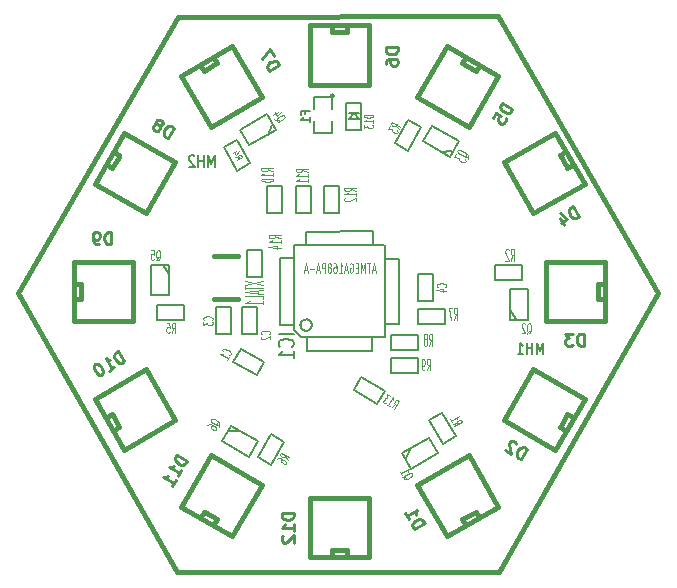
<source format=gbo>
G04 (created by PCBNEW-RS274X (2011-07-08 BZR 3044)-stable) date 5/7/2013 10:27:45 AM*
G01*
G70*
G90*
%MOIN*%
G04 Gerber Fmt 3.4, Leading zero omitted, Abs format*
%FSLAX34Y34*%
G04 APERTURE LIST*
%ADD10C,0.006000*%
%ADD11C,0.015000*%
%ADD12C,0.005000*%
%ADD13C,0.008000*%
%ADD14C,0.004900*%
%ADD15C,0.004500*%
%ADD16C,0.010000*%
%ADD17C,0.007900*%
G04 APERTURE END LIST*
G54D10*
G54D11*
X33980Y-28089D02*
X33972Y-28082D01*
X28661Y-37298D02*
X33980Y-28089D01*
X33965Y-46589D02*
X28661Y-37298D01*
X44697Y-46589D02*
X33965Y-46589D01*
X49996Y-37302D02*
X44697Y-46589D01*
X44646Y-28070D02*
X49996Y-37302D01*
X33972Y-28082D02*
X44646Y-28070D01*
G54D10*
X41350Y-36148D02*
X40900Y-36148D01*
X41350Y-38328D02*
X40910Y-38328D01*
X41350Y-36148D02*
X41350Y-38328D01*
X40470Y-35678D02*
X40470Y-35248D01*
X38260Y-35668D02*
X38260Y-35248D01*
X38250Y-35248D02*
X40470Y-35238D01*
X38270Y-39218D02*
X40440Y-39228D01*
X37840Y-38528D02*
X37840Y-35698D01*
X40450Y-39218D02*
X40450Y-38808D01*
X38090Y-38768D02*
X40870Y-38768D01*
X40890Y-35688D02*
X40890Y-38728D01*
X37840Y-35688D02*
X40840Y-35688D01*
X37390Y-38358D02*
X37390Y-36138D01*
X37390Y-36138D02*
X37840Y-36138D01*
X37844Y-38538D02*
X38074Y-38768D01*
X37392Y-38358D02*
X37844Y-38358D01*
X38270Y-38768D02*
X38270Y-39220D01*
X38440Y-38364D02*
X38436Y-38400D01*
X38425Y-38435D01*
X38408Y-38468D01*
X38385Y-38496D01*
X38357Y-38519D01*
X38324Y-38537D01*
X38289Y-38548D01*
X38253Y-38551D01*
X38217Y-38548D01*
X38182Y-38538D01*
X38150Y-38521D01*
X38121Y-38498D01*
X38097Y-38470D01*
X38080Y-38438D01*
X38069Y-38403D01*
X38065Y-38366D01*
X38068Y-38331D01*
X38078Y-38295D01*
X38094Y-38263D01*
X38117Y-38234D01*
X38145Y-38210D01*
X38177Y-38192D01*
X38212Y-38181D01*
X38249Y-38177D01*
X38284Y-38179D01*
X38319Y-38189D01*
X38352Y-38206D01*
X38381Y-38228D01*
X38405Y-38256D01*
X38423Y-38288D01*
X38435Y-38323D01*
X38439Y-38359D01*
X38440Y-38364D01*
G54D12*
X36030Y-41888D02*
X35670Y-41911D01*
X36636Y-42238D02*
X35748Y-41726D01*
X35748Y-41726D02*
X35448Y-42245D01*
X35448Y-42245D02*
X36336Y-42758D01*
X36336Y-42758D02*
X36636Y-42238D01*
X33686Y-36674D02*
X33486Y-36374D01*
X33686Y-37374D02*
X33686Y-36349D01*
X33686Y-36349D02*
X33086Y-36349D01*
X33086Y-36349D02*
X33086Y-37374D01*
X33086Y-37374D02*
X33686Y-37374D01*
X36967Y-32024D02*
X37127Y-31701D01*
X36361Y-32374D02*
X37249Y-31861D01*
X37249Y-31861D02*
X36949Y-31342D01*
X36949Y-31342D02*
X36061Y-31854D01*
X36061Y-31854D02*
X36361Y-32374D01*
X42759Y-32588D02*
X43119Y-32565D01*
X42153Y-32238D02*
X43041Y-32750D01*
X43041Y-32750D02*
X43341Y-32231D01*
X43341Y-32231D02*
X42453Y-31718D01*
X42453Y-31718D02*
X42153Y-32238D01*
X45064Y-37861D02*
X45264Y-38161D01*
X45064Y-37161D02*
X45064Y-38186D01*
X45064Y-38186D02*
X45664Y-38186D01*
X45664Y-38186D02*
X45664Y-37161D01*
X45664Y-37161D02*
X45064Y-37161D01*
X41744Y-42472D02*
X41584Y-42795D01*
X42350Y-42122D02*
X41462Y-42635D01*
X41462Y-42635D02*
X41762Y-43154D01*
X41762Y-43154D02*
X42650Y-42642D01*
X42650Y-42642D02*
X42350Y-42122D01*
X36854Y-39608D02*
X36074Y-39158D01*
X36074Y-39158D02*
X35824Y-39592D01*
X35824Y-39592D02*
X36604Y-40042D01*
X36604Y-40042D02*
X36854Y-39608D01*
X35262Y-37778D02*
X35262Y-38678D01*
X35262Y-38678D02*
X35762Y-38678D01*
X35762Y-38678D02*
X35762Y-37778D01*
X35762Y-37778D02*
X35262Y-37778D01*
X41994Y-36670D02*
X41994Y-37570D01*
X41994Y-37570D02*
X42494Y-37570D01*
X42494Y-37570D02*
X42494Y-36670D01*
X42494Y-36670D02*
X41994Y-36670D01*
X41662Y-31526D02*
X41212Y-32306D01*
X41212Y-32306D02*
X41646Y-32556D01*
X41646Y-32556D02*
X42096Y-31776D01*
X42096Y-31776D02*
X41662Y-31526D01*
X36785Y-36749D02*
X36785Y-35849D01*
X36785Y-35849D02*
X36285Y-35849D01*
X36285Y-35849D02*
X36285Y-36749D01*
X36285Y-36749D02*
X36785Y-36749D01*
X40869Y-40553D02*
X40089Y-40103D01*
X40089Y-40103D02*
X39839Y-40537D01*
X39839Y-40537D02*
X40619Y-40987D01*
X40619Y-40987D02*
X40869Y-40553D01*
X39344Y-34617D02*
X39344Y-33717D01*
X39344Y-33717D02*
X38844Y-33717D01*
X38844Y-33717D02*
X38844Y-34617D01*
X38844Y-34617D02*
X39344Y-34617D01*
X38400Y-34617D02*
X38400Y-33717D01*
X38400Y-33717D02*
X37900Y-33717D01*
X37900Y-33717D02*
X37900Y-34617D01*
X37900Y-34617D02*
X38400Y-34617D01*
X37455Y-34617D02*
X37455Y-33717D01*
X37455Y-33717D02*
X36955Y-33717D01*
X36955Y-33717D02*
X36955Y-34617D01*
X36955Y-34617D02*
X37455Y-34617D01*
X35503Y-32445D02*
X35953Y-33225D01*
X35953Y-33225D02*
X36387Y-32975D01*
X36387Y-32975D02*
X35937Y-32195D01*
X35937Y-32195D02*
X35503Y-32445D01*
X43237Y-42070D02*
X42787Y-41290D01*
X42787Y-41290D02*
X42353Y-41540D01*
X42353Y-41540D02*
X42803Y-42320D01*
X42803Y-42320D02*
X43237Y-42070D01*
X45450Y-36358D02*
X44550Y-36358D01*
X44550Y-36358D02*
X44550Y-36858D01*
X44550Y-36858D02*
X45450Y-36858D01*
X45450Y-36858D02*
X45450Y-36358D01*
X41085Y-39968D02*
X41985Y-39968D01*
X41985Y-39968D02*
X41985Y-39468D01*
X41985Y-39468D02*
X41085Y-39468D01*
X41085Y-39468D02*
X41085Y-39968D01*
X41085Y-39181D02*
X41985Y-39181D01*
X41985Y-39181D02*
X41985Y-38681D01*
X41985Y-38681D02*
X41085Y-38681D01*
X41085Y-38681D02*
X41085Y-39181D01*
X41991Y-38315D02*
X42891Y-38315D01*
X42891Y-38315D02*
X42891Y-37815D01*
X42891Y-37815D02*
X41991Y-37815D01*
X41991Y-37815D02*
X41991Y-38315D01*
X37079Y-43029D02*
X37529Y-42249D01*
X37529Y-42249D02*
X37095Y-41999D01*
X37095Y-41999D02*
X36645Y-42779D01*
X36645Y-42779D02*
X37079Y-43029D01*
X33290Y-38197D02*
X34190Y-38197D01*
X34190Y-38197D02*
X34190Y-37697D01*
X34190Y-37697D02*
X33290Y-37697D01*
X33290Y-37697D02*
X33290Y-38197D01*
G54D11*
X43999Y-44755D02*
X43899Y-44582D01*
X43899Y-44582D02*
X43509Y-44807D01*
X43509Y-44807D02*
X43465Y-44832D01*
X43465Y-44832D02*
X43565Y-45005D01*
X41963Y-43697D02*
X42947Y-45401D01*
X42947Y-45401D02*
X44651Y-44417D01*
X44651Y-44417D02*
X43667Y-42713D01*
X43667Y-42713D02*
X41963Y-43697D01*
X47137Y-41433D02*
X46964Y-41333D01*
X46964Y-41333D02*
X46739Y-41723D01*
X46739Y-41723D02*
X46714Y-41767D01*
X46714Y-41767D02*
X46887Y-41867D01*
X44845Y-41535D02*
X46549Y-42519D01*
X46549Y-42519D02*
X47533Y-40815D01*
X47533Y-40815D02*
X45829Y-39831D01*
X45829Y-39831D02*
X44845Y-41535D01*
X48194Y-36988D02*
X47994Y-36988D01*
X47994Y-36988D02*
X47994Y-37438D01*
X47994Y-37438D02*
X47994Y-37488D01*
X47994Y-37488D02*
X48194Y-37488D01*
X46260Y-38222D02*
X48228Y-38222D01*
X48228Y-38222D02*
X48228Y-36254D01*
X48228Y-36254D02*
X46260Y-36254D01*
X46260Y-36254D02*
X46260Y-38222D01*
X46887Y-32609D02*
X46714Y-32709D01*
X46714Y-32709D02*
X46939Y-33099D01*
X46939Y-33099D02*
X46964Y-33143D01*
X46964Y-33143D02*
X47137Y-33043D01*
X45829Y-34645D02*
X47533Y-33661D01*
X47533Y-33661D02*
X46549Y-31957D01*
X46549Y-31957D02*
X44845Y-32941D01*
X44845Y-32941D02*
X45829Y-34645D01*
X43565Y-29471D02*
X43465Y-29644D01*
X43465Y-29644D02*
X43855Y-29869D01*
X43855Y-29869D02*
X43899Y-29894D01*
X43899Y-29894D02*
X43999Y-29721D01*
X43667Y-31763D02*
X44651Y-30059D01*
X44651Y-30059D02*
X42947Y-29075D01*
X42947Y-29075D02*
X41963Y-30779D01*
X41963Y-30779D02*
X43667Y-31763D01*
X39120Y-28414D02*
X39120Y-28614D01*
X39120Y-28614D02*
X39570Y-28614D01*
X39570Y-28614D02*
X39620Y-28614D01*
X39620Y-28614D02*
X39620Y-28414D01*
X40354Y-30348D02*
X40354Y-28380D01*
X40354Y-28380D02*
X38386Y-28380D01*
X38386Y-28380D02*
X38386Y-30348D01*
X38386Y-30348D02*
X40354Y-30348D01*
X34741Y-29721D02*
X34841Y-29894D01*
X34841Y-29894D02*
X35231Y-29669D01*
X35231Y-29669D02*
X35275Y-29644D01*
X35275Y-29644D02*
X35175Y-29471D01*
X36777Y-30779D02*
X35793Y-29075D01*
X35793Y-29075D02*
X34089Y-30059D01*
X34089Y-30059D02*
X35073Y-31763D01*
X35073Y-31763D02*
X36777Y-30779D01*
X31603Y-33043D02*
X31776Y-33143D01*
X31776Y-33143D02*
X32001Y-32753D01*
X32001Y-32753D02*
X32026Y-32709D01*
X32026Y-32709D02*
X31853Y-32609D01*
X33895Y-32941D02*
X32191Y-31957D01*
X32191Y-31957D02*
X31207Y-33661D01*
X31207Y-33661D02*
X32911Y-34645D01*
X32911Y-34645D02*
X33895Y-32941D01*
X30546Y-37488D02*
X30746Y-37488D01*
X30746Y-37488D02*
X30746Y-37038D01*
X30746Y-37038D02*
X30746Y-36988D01*
X30746Y-36988D02*
X30546Y-36988D01*
X32480Y-36254D02*
X30512Y-36254D01*
X30512Y-36254D02*
X30512Y-38222D01*
X30512Y-38222D02*
X32480Y-38222D01*
X32480Y-38222D02*
X32480Y-36254D01*
X31853Y-41867D02*
X32026Y-41767D01*
X32026Y-41767D02*
X31801Y-41377D01*
X31801Y-41377D02*
X31776Y-41333D01*
X31776Y-41333D02*
X31603Y-41433D01*
X32911Y-39831D02*
X31207Y-40815D01*
X31207Y-40815D02*
X32191Y-42519D01*
X32191Y-42519D02*
X33895Y-41535D01*
X33895Y-41535D02*
X32911Y-39831D01*
X35175Y-45005D02*
X35275Y-44832D01*
X35275Y-44832D02*
X34885Y-44607D01*
X34885Y-44607D02*
X34841Y-44582D01*
X34841Y-44582D02*
X34741Y-44755D01*
X35073Y-42713D02*
X34089Y-44417D01*
X34089Y-44417D02*
X35793Y-45401D01*
X35793Y-45401D02*
X36777Y-43697D01*
X36777Y-43697D02*
X35073Y-42713D01*
X39620Y-46062D02*
X39620Y-45862D01*
X39620Y-45862D02*
X39170Y-45862D01*
X39170Y-45862D02*
X39120Y-45862D01*
X39120Y-45862D02*
X39120Y-46062D01*
X38386Y-44128D02*
X38386Y-46096D01*
X38386Y-46096D02*
X40354Y-46096D01*
X40354Y-46096D02*
X40354Y-44128D01*
X40354Y-44128D02*
X38386Y-44128D01*
G54D12*
X39169Y-30722D02*
X39168Y-30731D01*
X39165Y-30741D01*
X39160Y-30749D01*
X39154Y-30757D01*
X39146Y-30763D01*
X39138Y-30768D01*
X39129Y-30770D01*
X39119Y-30771D01*
X39110Y-30771D01*
X39101Y-30768D01*
X39092Y-30763D01*
X39085Y-30757D01*
X39078Y-30750D01*
X39074Y-30741D01*
X39071Y-30732D01*
X39070Y-30722D01*
X39070Y-30713D01*
X39073Y-30704D01*
X39077Y-30695D01*
X39084Y-30688D01*
X39091Y-30681D01*
X39099Y-30677D01*
X39109Y-30674D01*
X39118Y-30673D01*
X39127Y-30673D01*
X39137Y-30676D01*
X39145Y-30680D01*
X39153Y-30686D01*
X39159Y-30694D01*
X39164Y-30702D01*
X39167Y-30711D01*
X39168Y-30721D01*
X39169Y-30722D01*
X39119Y-31172D02*
X39119Y-30772D01*
X39119Y-30772D02*
X38519Y-30772D01*
X38519Y-30772D02*
X38519Y-31172D01*
X38519Y-31572D02*
X38519Y-31972D01*
X38519Y-31972D02*
X39119Y-31972D01*
X39119Y-31972D02*
X39119Y-31572D01*
X36128Y-37778D02*
X36128Y-38678D01*
X36128Y-38678D02*
X36628Y-38678D01*
X36628Y-38678D02*
X36628Y-37778D01*
X36628Y-37778D02*
X36128Y-37778D01*
X39863Y-31293D02*
X40000Y-31509D01*
X40000Y-31509D02*
X39686Y-31509D01*
X39686Y-31509D02*
X39863Y-31293D01*
X40020Y-31293D02*
X39666Y-31293D01*
X40093Y-31861D02*
X40093Y-30961D01*
X40093Y-30961D02*
X39593Y-30961D01*
X39593Y-30961D02*
X39593Y-31861D01*
X39593Y-31861D02*
X40093Y-31861D01*
G54D11*
X35985Y-36063D02*
X35197Y-36063D01*
X35985Y-37481D02*
X35197Y-37481D01*
G54D13*
X37840Y-38665D02*
X37340Y-38665D01*
X37793Y-39084D02*
X37817Y-39065D01*
X37840Y-39008D01*
X37840Y-38970D01*
X37817Y-38912D01*
X37769Y-38874D01*
X37721Y-38855D01*
X37626Y-38836D01*
X37555Y-38836D01*
X37459Y-38855D01*
X37412Y-38874D01*
X37364Y-38912D01*
X37340Y-38970D01*
X37340Y-39008D01*
X37364Y-39065D01*
X37388Y-39084D01*
X37840Y-39465D02*
X37840Y-39236D01*
X37840Y-39350D02*
X37340Y-39350D01*
X37412Y-39312D01*
X37459Y-39274D01*
X37483Y-39236D01*
G54D14*
X40547Y-36525D02*
X40454Y-36525D01*
X40566Y-36615D02*
X40501Y-36300D01*
X40435Y-36615D01*
X40397Y-36300D02*
X40285Y-36300D01*
X40341Y-36615D02*
X40341Y-36300D01*
X40219Y-36615D02*
X40219Y-36300D01*
X40153Y-36525D01*
X40088Y-36300D01*
X40088Y-36615D01*
X39994Y-36450D02*
X39928Y-36450D01*
X39900Y-36615D02*
X39994Y-36615D01*
X39994Y-36300D01*
X39900Y-36300D01*
X39713Y-36315D02*
X39732Y-36300D01*
X39760Y-36300D01*
X39788Y-36315D01*
X39807Y-36345D01*
X39816Y-36375D01*
X39825Y-36435D01*
X39825Y-36480D01*
X39816Y-36540D01*
X39807Y-36570D01*
X39788Y-36600D01*
X39760Y-36615D01*
X39741Y-36615D01*
X39713Y-36600D01*
X39704Y-36585D01*
X39704Y-36480D01*
X39741Y-36480D01*
X39628Y-36525D02*
X39535Y-36525D01*
X39647Y-36615D02*
X39582Y-36300D01*
X39516Y-36615D01*
X39347Y-36615D02*
X39459Y-36615D01*
X39403Y-36615D02*
X39403Y-36300D01*
X39422Y-36345D01*
X39441Y-36375D01*
X39459Y-36390D01*
X39178Y-36300D02*
X39215Y-36300D01*
X39234Y-36315D01*
X39243Y-36330D01*
X39262Y-36375D01*
X39271Y-36435D01*
X39271Y-36555D01*
X39262Y-36585D01*
X39253Y-36600D01*
X39234Y-36615D01*
X39196Y-36615D01*
X39178Y-36600D01*
X39168Y-36585D01*
X39159Y-36555D01*
X39159Y-36480D01*
X39168Y-36450D01*
X39178Y-36435D01*
X39196Y-36420D01*
X39234Y-36420D01*
X39253Y-36435D01*
X39262Y-36450D01*
X39271Y-36480D01*
X39046Y-36435D02*
X39065Y-36420D01*
X39074Y-36405D01*
X39083Y-36375D01*
X39083Y-36360D01*
X39074Y-36330D01*
X39065Y-36315D01*
X39046Y-36300D01*
X39008Y-36300D01*
X38990Y-36315D01*
X38980Y-36330D01*
X38971Y-36360D01*
X38971Y-36375D01*
X38980Y-36405D01*
X38990Y-36420D01*
X39008Y-36435D01*
X39046Y-36435D01*
X39065Y-36450D01*
X39074Y-36465D01*
X39083Y-36495D01*
X39083Y-36555D01*
X39074Y-36585D01*
X39065Y-36600D01*
X39046Y-36615D01*
X39008Y-36615D01*
X38990Y-36600D01*
X38980Y-36585D01*
X38971Y-36555D01*
X38971Y-36495D01*
X38980Y-36465D01*
X38990Y-36450D01*
X39008Y-36435D01*
X38886Y-36615D02*
X38886Y-36300D01*
X38811Y-36300D01*
X38792Y-36315D01*
X38783Y-36330D01*
X38774Y-36360D01*
X38774Y-36405D01*
X38783Y-36435D01*
X38792Y-36450D01*
X38811Y-36465D01*
X38886Y-36465D01*
X38698Y-36525D02*
X38605Y-36525D01*
X38717Y-36615D02*
X38652Y-36300D01*
X38586Y-36615D01*
X38520Y-36495D02*
X38370Y-36495D01*
X38285Y-36525D02*
X38192Y-36525D01*
X38304Y-36615D02*
X38239Y-36300D01*
X38173Y-36615D01*
X35342Y-41749D02*
X35339Y-41725D01*
X35322Y-41695D01*
X35297Y-41648D01*
X35294Y-41624D01*
X35303Y-41607D01*
X35363Y-41653D02*
X35359Y-41630D01*
X35343Y-41598D01*
X35296Y-41560D01*
X35205Y-41508D01*
X35148Y-41486D01*
X35113Y-41487D01*
X35091Y-41495D01*
X35072Y-41528D01*
X35075Y-41552D01*
X35092Y-41583D01*
X35139Y-41621D01*
X35230Y-41674D01*
X35287Y-41695D01*
X35322Y-41695D01*
X35344Y-41686D01*
X35363Y-41653D01*
X34964Y-41714D02*
X34983Y-41682D01*
X35005Y-41673D01*
X35023Y-41673D01*
X35071Y-41679D01*
X35128Y-41701D01*
X35232Y-41761D01*
X35253Y-41784D01*
X35261Y-41799D01*
X35265Y-41823D01*
X35246Y-41856D01*
X35224Y-41864D01*
X35206Y-41865D01*
X35176Y-41858D01*
X35111Y-41821D01*
X35089Y-41798D01*
X35081Y-41782D01*
X35077Y-41759D01*
X35096Y-41726D01*
X35119Y-41717D01*
X35136Y-41716D01*
X35167Y-41724D01*
X33247Y-36214D02*
X33266Y-36199D01*
X33284Y-36169D01*
X33312Y-36124D01*
X33331Y-36109D01*
X33350Y-36109D01*
X33341Y-36184D02*
X33359Y-36169D01*
X33378Y-36139D01*
X33387Y-36079D01*
X33387Y-35974D01*
X33378Y-35914D01*
X33359Y-35884D01*
X33341Y-35869D01*
X33303Y-35869D01*
X33284Y-35884D01*
X33266Y-35914D01*
X33256Y-35974D01*
X33256Y-36079D01*
X33266Y-36139D01*
X33284Y-36169D01*
X33303Y-36184D01*
X33341Y-36184D01*
X33078Y-35869D02*
X33172Y-35869D01*
X33181Y-36019D01*
X33172Y-36004D01*
X33153Y-35989D01*
X33106Y-35989D01*
X33088Y-36004D01*
X33078Y-36019D01*
X33069Y-36049D01*
X33069Y-36124D01*
X33078Y-36154D01*
X33088Y-36169D01*
X33106Y-36184D01*
X33153Y-36184D01*
X33172Y-36169D01*
X33181Y-36154D01*
X37197Y-31506D02*
X37219Y-31515D01*
X37254Y-31515D01*
X37307Y-31517D01*
X37329Y-31526D01*
X37339Y-31543D01*
X37270Y-31572D02*
X37292Y-31580D01*
X37327Y-31582D01*
X37383Y-31560D01*
X37474Y-31507D01*
X37522Y-31469D01*
X37538Y-31438D01*
X37542Y-31415D01*
X37523Y-31382D01*
X37501Y-31373D01*
X37466Y-31372D01*
X37409Y-31394D01*
X37318Y-31446D01*
X37271Y-31485D01*
X37254Y-31515D01*
X37251Y-31539D01*
X37270Y-31572D01*
X37325Y-31248D02*
X37143Y-31353D01*
X37452Y-31229D02*
X37280Y-31381D01*
X37220Y-31277D01*
X43644Y-32832D02*
X43637Y-32806D01*
X43614Y-32772D01*
X43579Y-32719D01*
X43573Y-32694D01*
X43582Y-32677D01*
X43658Y-32732D02*
X43652Y-32707D01*
X43628Y-32672D01*
X43568Y-32626D01*
X43454Y-32561D01*
X43385Y-32531D01*
X43342Y-32529D01*
X43317Y-32535D01*
X43298Y-32568D01*
X43305Y-32594D01*
X43329Y-32628D01*
X43389Y-32674D01*
X43502Y-32740D01*
X43572Y-32769D01*
X43614Y-32772D01*
X43639Y-32765D01*
X43658Y-32732D01*
X43242Y-32665D02*
X43181Y-32770D01*
X43345Y-32789D01*
X43330Y-32814D01*
X43337Y-32838D01*
X43348Y-32856D01*
X43377Y-32883D01*
X43457Y-32930D01*
X43495Y-32941D01*
X43516Y-32942D01*
X43541Y-32935D01*
X43569Y-32886D01*
X43563Y-32861D01*
X43551Y-32843D01*
X45610Y-38655D02*
X45629Y-38640D01*
X45647Y-38610D01*
X45675Y-38565D01*
X45694Y-38550D01*
X45713Y-38550D01*
X45704Y-38625D02*
X45722Y-38610D01*
X45741Y-38580D01*
X45750Y-38520D01*
X45750Y-38415D01*
X45741Y-38355D01*
X45722Y-38325D01*
X45704Y-38310D01*
X45666Y-38310D01*
X45647Y-38325D01*
X45629Y-38355D01*
X45619Y-38415D01*
X45619Y-38520D01*
X45629Y-38580D01*
X45647Y-38610D01*
X45666Y-38625D01*
X45704Y-38625D01*
X45544Y-38340D02*
X45535Y-38325D01*
X45516Y-38310D01*
X45469Y-38310D01*
X45451Y-38325D01*
X45441Y-38340D01*
X45432Y-38370D01*
X45432Y-38400D01*
X45441Y-38445D01*
X45554Y-38625D01*
X45432Y-38625D01*
X41449Y-43435D02*
X41471Y-43444D01*
X41506Y-43444D01*
X41559Y-43446D01*
X41581Y-43455D01*
X41591Y-43472D01*
X41522Y-43501D02*
X41544Y-43509D01*
X41579Y-43511D01*
X41635Y-43489D01*
X41726Y-43436D01*
X41774Y-43398D01*
X41790Y-43367D01*
X41794Y-43344D01*
X41775Y-43311D01*
X41753Y-43302D01*
X41718Y-43301D01*
X41661Y-43323D01*
X41570Y-43375D01*
X41523Y-43414D01*
X41506Y-43444D01*
X41503Y-43468D01*
X41522Y-43501D01*
X41386Y-43266D02*
X41442Y-43363D01*
X41414Y-43314D02*
X41686Y-43157D01*
X41657Y-43196D01*
X41640Y-43227D01*
X41636Y-43250D01*
G54D15*
X35690Y-39354D02*
X35707Y-39354D01*
X35733Y-39339D01*
X35741Y-39324D01*
X35741Y-39295D01*
X35724Y-39265D01*
X35702Y-39243D01*
X35655Y-39205D01*
X35616Y-39182D01*
X35559Y-39160D01*
X35529Y-39152D01*
X35494Y-39153D01*
X35469Y-39167D01*
X35460Y-39182D01*
X35460Y-39212D01*
X35469Y-39227D01*
X35630Y-39517D02*
X35681Y-39428D01*
X35655Y-39473D02*
X35383Y-39316D01*
X35430Y-39324D01*
X35465Y-39323D01*
X35487Y-39316D01*
X35105Y-38192D02*
X35120Y-38183D01*
X35135Y-38157D01*
X35135Y-38140D01*
X35120Y-38115D01*
X35090Y-38097D01*
X35060Y-38089D01*
X35000Y-38080D01*
X34955Y-38080D01*
X34895Y-38089D01*
X34865Y-38097D01*
X34835Y-38115D01*
X34820Y-38140D01*
X34820Y-38157D01*
X34835Y-38183D01*
X34850Y-38192D01*
X34820Y-38252D02*
X34820Y-38363D01*
X34940Y-38303D01*
X34940Y-38329D01*
X34955Y-38346D01*
X34970Y-38355D01*
X35000Y-38363D01*
X35075Y-38363D01*
X35105Y-38355D01*
X35120Y-38346D01*
X35135Y-38329D01*
X35135Y-38277D01*
X35120Y-38260D01*
X35105Y-38252D01*
X42892Y-37091D02*
X42907Y-37082D01*
X42922Y-37056D01*
X42922Y-37039D01*
X42907Y-37014D01*
X42877Y-36996D01*
X42847Y-36988D01*
X42787Y-36979D01*
X42742Y-36979D01*
X42682Y-36988D01*
X42652Y-36996D01*
X42622Y-37014D01*
X42607Y-37039D01*
X42607Y-37056D01*
X42622Y-37082D01*
X42637Y-37091D01*
X42712Y-37245D02*
X42922Y-37245D01*
X42592Y-37202D02*
X42817Y-37159D01*
X42817Y-37271D01*
X41344Y-31843D02*
X41245Y-31716D01*
X41396Y-31754D02*
X41123Y-31597D01*
X41089Y-31656D01*
X41093Y-31679D01*
X41102Y-31693D01*
X41124Y-31716D01*
X41163Y-31738D01*
X41193Y-31746D01*
X41210Y-31746D01*
X41232Y-31738D01*
X41266Y-31679D01*
X41042Y-31738D02*
X40986Y-31834D01*
X41120Y-31842D01*
X41107Y-31865D01*
X41112Y-31887D01*
X41120Y-31902D01*
X41142Y-31924D01*
X41207Y-31961D01*
X41237Y-31970D01*
X41254Y-31969D01*
X41276Y-31962D01*
X41302Y-31917D01*
X41297Y-31895D01*
X41289Y-31880D01*
X37403Y-35476D02*
X37216Y-35416D01*
X37403Y-35373D02*
X37009Y-35373D01*
X37009Y-35441D01*
X37028Y-35459D01*
X37047Y-35467D01*
X37085Y-35476D01*
X37141Y-35476D01*
X37178Y-35467D01*
X37197Y-35459D01*
X37216Y-35441D01*
X37216Y-35373D01*
X37403Y-35647D02*
X37403Y-35544D01*
X37403Y-35596D02*
X37009Y-35596D01*
X37066Y-35579D01*
X37103Y-35561D01*
X37122Y-35544D01*
X37141Y-35801D02*
X37403Y-35801D01*
X36991Y-35758D02*
X37272Y-35715D01*
X37272Y-35827D01*
X41099Y-41106D02*
X41226Y-41007D01*
X41188Y-41158D02*
X41346Y-40885D01*
X41287Y-40851D01*
X41264Y-40855D01*
X41249Y-40864D01*
X41227Y-40886D01*
X41204Y-40925D01*
X41197Y-40955D01*
X41196Y-40972D01*
X41204Y-40994D01*
X41263Y-41028D01*
X40951Y-41021D02*
X41040Y-41072D01*
X40995Y-41046D02*
X41153Y-40774D01*
X41145Y-40821D01*
X41145Y-40856D01*
X41153Y-40878D01*
X41057Y-40718D02*
X40960Y-40663D01*
X40952Y-40797D01*
X40930Y-40784D01*
X40908Y-40788D01*
X40892Y-40797D01*
X40870Y-40819D01*
X40833Y-40884D01*
X40825Y-40914D01*
X40825Y-40931D01*
X40832Y-40952D01*
X40877Y-40978D01*
X40900Y-40974D01*
X40914Y-40965D01*
X39919Y-33892D02*
X39732Y-33832D01*
X39919Y-33789D02*
X39525Y-33789D01*
X39525Y-33857D01*
X39544Y-33875D01*
X39563Y-33883D01*
X39601Y-33892D01*
X39657Y-33892D01*
X39694Y-33883D01*
X39713Y-33875D01*
X39732Y-33857D01*
X39732Y-33789D01*
X39919Y-34063D02*
X39919Y-33960D01*
X39919Y-34012D02*
X39525Y-34012D01*
X39582Y-33995D01*
X39619Y-33977D01*
X39638Y-33960D01*
X39563Y-34131D02*
X39544Y-34140D01*
X39525Y-34157D01*
X39525Y-34200D01*
X39544Y-34217D01*
X39563Y-34226D01*
X39601Y-34234D01*
X39638Y-34234D01*
X39694Y-34226D01*
X39919Y-34123D01*
X39919Y-34234D01*
X38301Y-33262D02*
X38114Y-33202D01*
X38301Y-33159D02*
X37907Y-33159D01*
X37907Y-33227D01*
X37926Y-33245D01*
X37945Y-33253D01*
X37983Y-33262D01*
X38039Y-33262D01*
X38076Y-33253D01*
X38095Y-33245D01*
X38114Y-33227D01*
X38114Y-33159D01*
X38301Y-33433D02*
X38301Y-33330D01*
X38301Y-33382D02*
X37907Y-33382D01*
X37964Y-33365D01*
X38001Y-33347D01*
X38020Y-33330D01*
X38301Y-33604D02*
X38301Y-33501D01*
X38301Y-33553D02*
X37907Y-33553D01*
X37964Y-33536D01*
X38001Y-33518D01*
X38020Y-33501D01*
X37159Y-33243D02*
X36972Y-33183D01*
X37159Y-33140D02*
X36765Y-33140D01*
X36765Y-33208D01*
X36784Y-33226D01*
X36803Y-33234D01*
X36841Y-33243D01*
X36897Y-33243D01*
X36934Y-33234D01*
X36953Y-33226D01*
X36972Y-33208D01*
X36972Y-33140D01*
X37159Y-33414D02*
X37159Y-33311D01*
X37159Y-33363D02*
X36765Y-33363D01*
X36822Y-33346D01*
X36859Y-33328D01*
X36878Y-33311D01*
X36765Y-33525D02*
X36765Y-33542D01*
X36784Y-33559D01*
X36803Y-33568D01*
X36841Y-33577D01*
X36916Y-33585D01*
X37009Y-33585D01*
X37084Y-33577D01*
X37122Y-33568D01*
X37141Y-33559D01*
X37159Y-33542D01*
X37159Y-33525D01*
X37141Y-33508D01*
X37122Y-33499D01*
X37084Y-33491D01*
X37009Y-33482D01*
X36916Y-33482D01*
X36841Y-33491D01*
X36803Y-33499D01*
X36784Y-33508D01*
X36765Y-33525D01*
X35889Y-32776D02*
X36002Y-32780D01*
X35941Y-32865D02*
X36114Y-32765D01*
X36080Y-32706D01*
X36063Y-32695D01*
X36051Y-32693D01*
X36030Y-32695D01*
X36005Y-32709D01*
X35993Y-32726D01*
X35989Y-32738D01*
X35989Y-32758D01*
X36023Y-32817D01*
X35928Y-32576D02*
X35812Y-32642D01*
X36016Y-32574D02*
X35913Y-32683D01*
X35857Y-32586D01*
X43133Y-41658D02*
X43292Y-41635D01*
X43184Y-41747D02*
X43457Y-41589D01*
X43423Y-41530D01*
X43401Y-41522D01*
X43384Y-41523D01*
X43353Y-41530D01*
X43314Y-41553D01*
X43293Y-41575D01*
X43284Y-41590D01*
X43280Y-41613D01*
X43314Y-41672D01*
X43047Y-41510D02*
X43099Y-41599D01*
X43073Y-41554D02*
X43345Y-41396D01*
X43315Y-41433D01*
X43298Y-41464D01*
X43293Y-41486D01*
X45068Y-36216D02*
X45128Y-36029D01*
X45171Y-36216D02*
X45171Y-35822D01*
X45103Y-35822D01*
X45085Y-35841D01*
X45077Y-35860D01*
X45068Y-35898D01*
X45068Y-35954D01*
X45077Y-35991D01*
X45085Y-36010D01*
X45103Y-36029D01*
X45171Y-36029D01*
X45000Y-35860D02*
X44991Y-35841D01*
X44974Y-35822D01*
X44931Y-35822D01*
X44914Y-35841D01*
X44905Y-35860D01*
X44897Y-35898D01*
X44897Y-35935D01*
X44905Y-35991D01*
X45008Y-36216D01*
X44897Y-36216D01*
X42273Y-39877D02*
X42333Y-39690D01*
X42376Y-39877D02*
X42376Y-39483D01*
X42308Y-39483D01*
X42290Y-39502D01*
X42282Y-39521D01*
X42273Y-39559D01*
X42273Y-39615D01*
X42282Y-39652D01*
X42290Y-39671D01*
X42308Y-39690D01*
X42376Y-39690D01*
X42188Y-39877D02*
X42153Y-39877D01*
X42136Y-39859D01*
X42128Y-39840D01*
X42110Y-39784D01*
X42102Y-39709D01*
X42102Y-39559D01*
X42110Y-39521D01*
X42119Y-39502D01*
X42136Y-39483D01*
X42170Y-39483D01*
X42188Y-39502D01*
X42196Y-39521D01*
X42205Y-39559D01*
X42205Y-39652D01*
X42196Y-39690D01*
X42188Y-39709D01*
X42170Y-39727D01*
X42136Y-39727D01*
X42119Y-39709D01*
X42110Y-39690D01*
X42102Y-39652D01*
X42352Y-39050D02*
X42412Y-38863D01*
X42455Y-39050D02*
X42455Y-38656D01*
X42387Y-38656D01*
X42369Y-38675D01*
X42361Y-38694D01*
X42352Y-38732D01*
X42352Y-38788D01*
X42361Y-38825D01*
X42369Y-38844D01*
X42387Y-38863D01*
X42455Y-38863D01*
X42249Y-38825D02*
X42267Y-38807D01*
X42275Y-38788D01*
X42284Y-38750D01*
X42284Y-38732D01*
X42275Y-38694D01*
X42267Y-38675D01*
X42249Y-38656D01*
X42215Y-38656D01*
X42198Y-38675D01*
X42189Y-38694D01*
X42181Y-38732D01*
X42181Y-38750D01*
X42189Y-38788D01*
X42198Y-38807D01*
X42215Y-38825D01*
X42249Y-38825D01*
X42267Y-38844D01*
X42275Y-38863D01*
X42284Y-38900D01*
X42284Y-38975D01*
X42275Y-39013D01*
X42267Y-39032D01*
X42249Y-39050D01*
X42215Y-39050D01*
X42198Y-39032D01*
X42189Y-39013D01*
X42181Y-38975D01*
X42181Y-38900D01*
X42189Y-38863D01*
X42198Y-38844D01*
X42215Y-38825D01*
X43179Y-38184D02*
X43239Y-37997D01*
X43282Y-38184D02*
X43282Y-37790D01*
X43214Y-37790D01*
X43196Y-37809D01*
X43188Y-37828D01*
X43179Y-37866D01*
X43179Y-37922D01*
X43188Y-37959D01*
X43196Y-37978D01*
X43214Y-37997D01*
X43282Y-37997D01*
X43119Y-37790D02*
X42999Y-37790D01*
X43076Y-38184D01*
X37644Y-42866D02*
X37545Y-42739D01*
X37696Y-42777D02*
X37423Y-42620D01*
X37389Y-42679D01*
X37393Y-42702D01*
X37402Y-42716D01*
X37424Y-42739D01*
X37463Y-42761D01*
X37493Y-42769D01*
X37510Y-42769D01*
X37532Y-42761D01*
X37566Y-42702D01*
X37295Y-42842D02*
X37312Y-42813D01*
X37333Y-42806D01*
X37351Y-42805D01*
X37398Y-42813D01*
X37455Y-42835D01*
X37559Y-42895D01*
X37580Y-42918D01*
X37589Y-42932D01*
X37593Y-42956D01*
X37576Y-42985D01*
X37554Y-42992D01*
X37537Y-42993D01*
X37507Y-42984D01*
X37442Y-42947D01*
X37420Y-42925D01*
X37412Y-42910D01*
X37407Y-42888D01*
X37424Y-42858D01*
X37446Y-42850D01*
X37463Y-42851D01*
X37494Y-42858D01*
X33769Y-38625D02*
X33829Y-38475D01*
X33872Y-38625D02*
X33872Y-38310D01*
X33804Y-38310D01*
X33786Y-38325D01*
X33778Y-38340D01*
X33769Y-38370D01*
X33769Y-38415D01*
X33778Y-38445D01*
X33786Y-38460D01*
X33804Y-38475D01*
X33872Y-38475D01*
X33606Y-38310D02*
X33692Y-38310D01*
X33701Y-38460D01*
X33692Y-38445D01*
X33675Y-38430D01*
X33632Y-38430D01*
X33615Y-38445D01*
X33606Y-38460D01*
X33598Y-38490D01*
X33598Y-38565D01*
X33606Y-38595D01*
X33615Y-38610D01*
X33632Y-38625D01*
X33675Y-38625D01*
X33692Y-38610D01*
X33701Y-38595D01*
G54D16*
X41857Y-45172D02*
X42204Y-44972D01*
X42156Y-44890D01*
X42111Y-44849D01*
X42059Y-44836D01*
X42016Y-44838D01*
X41941Y-44860D01*
X41892Y-44888D01*
X41834Y-44943D01*
X41811Y-44979D01*
X41797Y-45030D01*
X41810Y-45090D01*
X41857Y-45172D01*
X41552Y-44644D02*
X41667Y-44843D01*
X41610Y-44744D02*
X41956Y-44544D01*
X41926Y-44605D01*
X41912Y-44657D01*
X41914Y-44700D01*
X45410Y-42841D02*
X45610Y-42494D01*
X45528Y-42447D01*
X45468Y-42434D01*
X45417Y-42448D01*
X45381Y-42472D01*
X45327Y-42528D01*
X45298Y-42577D01*
X45276Y-42654D01*
X45274Y-42696D01*
X45287Y-42748D01*
X45328Y-42793D01*
X45410Y-42841D01*
X45262Y-42337D02*
X45255Y-42311D01*
X45231Y-42275D01*
X45148Y-42227D01*
X45106Y-42225D01*
X45080Y-42232D01*
X45044Y-42255D01*
X45025Y-42288D01*
X45013Y-42347D01*
X45097Y-42660D01*
X44882Y-42536D01*
X47500Y-39053D02*
X47500Y-38653D01*
X47405Y-38653D01*
X47347Y-38672D01*
X47309Y-38710D01*
X47290Y-38748D01*
X47271Y-38824D01*
X47271Y-38881D01*
X47290Y-38958D01*
X47309Y-38996D01*
X47347Y-39034D01*
X47405Y-39053D01*
X47500Y-39053D01*
X47138Y-38653D02*
X46890Y-38653D01*
X47024Y-38805D01*
X46966Y-38805D01*
X46928Y-38824D01*
X46909Y-38843D01*
X46890Y-38881D01*
X46890Y-38977D01*
X46909Y-39015D01*
X46928Y-39034D01*
X46966Y-39053D01*
X47081Y-39053D01*
X47119Y-39034D01*
X47138Y-39015D01*
X47344Y-34751D02*
X47144Y-34404D01*
X47062Y-34452D01*
X47021Y-34497D01*
X47008Y-34549D01*
X47010Y-34592D01*
X47032Y-34667D01*
X47060Y-34716D01*
X47115Y-34774D01*
X47151Y-34797D01*
X47202Y-34811D01*
X47262Y-34798D01*
X47344Y-34751D01*
X46716Y-34806D02*
X46849Y-35037D01*
X46723Y-34626D02*
X46948Y-34826D01*
X46733Y-34950D01*
X45131Y-31158D02*
X44784Y-30958D01*
X44737Y-31040D01*
X44724Y-31100D01*
X44738Y-31151D01*
X44762Y-31187D01*
X44818Y-31241D01*
X44867Y-31270D01*
X44944Y-31292D01*
X44986Y-31294D01*
X45038Y-31281D01*
X45083Y-31240D01*
X45131Y-31158D01*
X44489Y-31469D02*
X44584Y-31304D01*
X44758Y-31382D01*
X44732Y-31389D01*
X44697Y-31413D01*
X44649Y-31496D01*
X44646Y-31538D01*
X44653Y-31564D01*
X44677Y-31600D01*
X44760Y-31648D01*
X44802Y-31650D01*
X44828Y-31643D01*
X44864Y-31620D01*
X44912Y-31537D01*
X44914Y-31494D01*
X44907Y-31468D01*
X41304Y-29108D02*
X40904Y-29108D01*
X40904Y-29203D01*
X40923Y-29261D01*
X40961Y-29299D01*
X40999Y-29318D01*
X41075Y-29337D01*
X41132Y-29337D01*
X41209Y-29318D01*
X41247Y-29299D01*
X41285Y-29261D01*
X41304Y-29203D01*
X41304Y-29108D01*
X40904Y-29680D02*
X40904Y-29603D01*
X40923Y-29565D01*
X40942Y-29546D01*
X40999Y-29508D01*
X41075Y-29489D01*
X41228Y-29489D01*
X41266Y-29508D01*
X41285Y-29527D01*
X41304Y-29565D01*
X41304Y-29642D01*
X41285Y-29680D01*
X41266Y-29699D01*
X41228Y-29718D01*
X41132Y-29718D01*
X41094Y-29699D01*
X41075Y-29680D01*
X41056Y-29642D01*
X41056Y-29565D01*
X41075Y-29527D01*
X41094Y-29508D01*
X41132Y-29489D01*
X37015Y-29897D02*
X37362Y-29697D01*
X37314Y-29615D01*
X37269Y-29574D01*
X37217Y-29561D01*
X37174Y-29563D01*
X37099Y-29585D01*
X37050Y-29613D01*
X36992Y-29668D01*
X36969Y-29704D01*
X36955Y-29755D01*
X36968Y-29815D01*
X37015Y-29897D01*
X37181Y-29384D02*
X37047Y-29153D01*
X36787Y-29502D01*
X33639Y-32132D02*
X33839Y-31785D01*
X33757Y-31738D01*
X33697Y-31725D01*
X33646Y-31739D01*
X33610Y-31763D01*
X33556Y-31819D01*
X33527Y-31868D01*
X33505Y-31945D01*
X33503Y-31987D01*
X33516Y-32039D01*
X33557Y-32084D01*
X33639Y-32132D01*
X33358Y-31705D02*
X33401Y-31708D01*
X33427Y-31701D01*
X33462Y-31677D01*
X33472Y-31661D01*
X33474Y-31618D01*
X33467Y-31592D01*
X33444Y-31557D01*
X33377Y-31518D01*
X33335Y-31516D01*
X33309Y-31523D01*
X33273Y-31546D01*
X33264Y-31563D01*
X33261Y-31605D01*
X33268Y-31631D01*
X33292Y-31666D01*
X33358Y-31705D01*
X33382Y-31740D01*
X33389Y-31766D01*
X33386Y-31810D01*
X33348Y-31875D01*
X33312Y-31899D01*
X33286Y-31906D01*
X33244Y-31903D01*
X33177Y-31865D01*
X33154Y-31829D01*
X33147Y-31803D01*
X33149Y-31761D01*
X33187Y-31695D01*
X33223Y-31671D01*
X33249Y-31664D01*
X33292Y-31666D01*
X31752Y-35668D02*
X31752Y-35268D01*
X31657Y-35268D01*
X31599Y-35287D01*
X31561Y-35325D01*
X31542Y-35363D01*
X31523Y-35439D01*
X31523Y-35496D01*
X31542Y-35573D01*
X31561Y-35611D01*
X31599Y-35649D01*
X31657Y-35668D01*
X31752Y-35668D01*
X31333Y-35668D02*
X31257Y-35668D01*
X31218Y-35649D01*
X31199Y-35630D01*
X31161Y-35573D01*
X31142Y-35496D01*
X31142Y-35344D01*
X31161Y-35306D01*
X31180Y-35287D01*
X31218Y-35268D01*
X31295Y-35268D01*
X31333Y-35287D01*
X31352Y-35306D01*
X31371Y-35344D01*
X31371Y-35439D01*
X31352Y-35477D01*
X31333Y-35496D01*
X31295Y-35516D01*
X31218Y-35516D01*
X31180Y-35496D01*
X31161Y-35477D01*
X31142Y-35439D01*
X32195Y-39576D02*
X31995Y-39230D01*
X31913Y-39277D01*
X31872Y-39323D01*
X31858Y-39375D01*
X31861Y-39417D01*
X31882Y-39492D01*
X31911Y-39542D01*
X31966Y-39599D01*
X32001Y-39622D01*
X32053Y-39636D01*
X32113Y-39624D01*
X32195Y-39576D01*
X31667Y-39881D02*
X31865Y-39767D01*
X31766Y-39824D02*
X31566Y-39477D01*
X31628Y-39508D01*
X31680Y-39522D01*
X31722Y-39519D01*
X31253Y-39658D02*
X31219Y-39678D01*
X31196Y-39713D01*
X31189Y-39739D01*
X31191Y-39782D01*
X31213Y-39857D01*
X31261Y-39940D01*
X31315Y-39996D01*
X31351Y-40020D01*
X31377Y-40027D01*
X31419Y-40024D01*
X31453Y-40005D01*
X31476Y-39969D01*
X31483Y-39943D01*
X31481Y-39901D01*
X31459Y-39826D01*
X31411Y-39743D01*
X31357Y-39686D01*
X31321Y-39663D01*
X31295Y-39656D01*
X31253Y-39658D01*
X34281Y-42882D02*
X33935Y-42682D01*
X33887Y-42764D01*
X33875Y-42824D01*
X33889Y-42876D01*
X33912Y-42911D01*
X33968Y-42966D01*
X34018Y-42994D01*
X34094Y-43016D01*
X34136Y-43019D01*
X34188Y-43005D01*
X34234Y-42964D01*
X34281Y-42882D01*
X33976Y-43410D02*
X34091Y-43212D01*
X34034Y-43311D02*
X33687Y-43111D01*
X33756Y-43106D01*
X33808Y-43092D01*
X33843Y-43069D01*
X33786Y-43740D02*
X33900Y-43542D01*
X33843Y-43641D02*
X33497Y-43441D01*
X33565Y-43436D01*
X33617Y-43422D01*
X33653Y-43399D01*
X37839Y-44626D02*
X37439Y-44626D01*
X37439Y-44721D01*
X37458Y-44779D01*
X37496Y-44817D01*
X37534Y-44836D01*
X37610Y-44855D01*
X37667Y-44855D01*
X37744Y-44836D01*
X37782Y-44817D01*
X37820Y-44779D01*
X37839Y-44721D01*
X37839Y-44626D01*
X37839Y-45236D02*
X37839Y-45007D01*
X37839Y-45121D02*
X37439Y-45121D01*
X37496Y-45083D01*
X37534Y-45045D01*
X37553Y-45007D01*
X37477Y-45388D02*
X37458Y-45407D01*
X37439Y-45445D01*
X37439Y-45541D01*
X37458Y-45579D01*
X37477Y-45598D01*
X37515Y-45617D01*
X37553Y-45617D01*
X37610Y-45598D01*
X37839Y-45369D01*
X37839Y-45617D01*
G54D12*
X38230Y-31328D02*
X38230Y-31245D01*
X38395Y-31245D02*
X38080Y-31245D01*
X38080Y-31364D01*
X38395Y-31589D02*
X38395Y-31447D01*
X38395Y-31518D02*
X38080Y-31518D01*
X38125Y-31494D01*
X38155Y-31470D01*
X38170Y-31447D01*
G54D15*
X37026Y-38672D02*
X37041Y-38663D01*
X37056Y-38637D01*
X37056Y-38620D01*
X37041Y-38595D01*
X37011Y-38577D01*
X36981Y-38569D01*
X36921Y-38560D01*
X36876Y-38560D01*
X36816Y-38569D01*
X36786Y-38577D01*
X36756Y-38595D01*
X36741Y-38620D01*
X36741Y-38637D01*
X36756Y-38663D01*
X36771Y-38672D01*
X36771Y-38740D02*
X36756Y-38749D01*
X36741Y-38766D01*
X36741Y-38809D01*
X36756Y-38826D01*
X36771Y-38835D01*
X36801Y-38843D01*
X36831Y-38843D01*
X36876Y-38835D01*
X37056Y-38732D01*
X37056Y-38843D01*
G54D17*
X46156Y-39343D02*
X46156Y-38949D01*
X46051Y-39231D01*
X45946Y-38949D01*
X45946Y-39343D01*
X45796Y-39343D02*
X45796Y-38949D01*
X45796Y-39137D02*
X45616Y-39137D01*
X45616Y-39343D02*
X45616Y-38949D01*
X45301Y-39343D02*
X45481Y-39343D01*
X45391Y-39343D02*
X45391Y-38949D01*
X45421Y-39006D01*
X45451Y-39043D01*
X45481Y-39062D01*
X35200Y-33095D02*
X35200Y-32701D01*
X35095Y-32983D01*
X34990Y-32701D01*
X34990Y-33095D01*
X34840Y-33095D02*
X34840Y-32701D01*
X34840Y-32889D02*
X34660Y-32889D01*
X34660Y-33095D02*
X34660Y-32701D01*
X34525Y-32739D02*
X34510Y-32720D01*
X34480Y-32701D01*
X34405Y-32701D01*
X34375Y-32720D01*
X34360Y-32739D01*
X34345Y-32777D01*
X34345Y-32814D01*
X34360Y-32870D01*
X34540Y-33095D01*
X34345Y-33095D01*
G54D15*
X40481Y-31351D02*
X40166Y-31351D01*
X40166Y-31394D01*
X40181Y-31419D01*
X40211Y-31437D01*
X40241Y-31445D01*
X40301Y-31454D01*
X40346Y-31454D01*
X40406Y-31445D01*
X40436Y-31437D01*
X40466Y-31419D01*
X40481Y-31394D01*
X40481Y-31351D01*
X40481Y-31625D02*
X40481Y-31522D01*
X40481Y-31574D02*
X40166Y-31574D01*
X40211Y-31557D01*
X40241Y-31539D01*
X40256Y-31522D01*
X40166Y-31685D02*
X40166Y-31796D01*
X40286Y-31736D01*
X40286Y-31762D01*
X40301Y-31779D01*
X40316Y-31788D01*
X40346Y-31796D01*
X40421Y-31796D01*
X40451Y-31788D01*
X40466Y-31779D01*
X40481Y-31762D01*
X40481Y-31710D01*
X40466Y-31693D01*
X40451Y-31685D01*
G54D14*
X36218Y-36884D02*
X36818Y-37015D01*
X36218Y-37015D02*
X36818Y-36884D01*
X36218Y-37063D02*
X36218Y-37175D01*
X36818Y-37119D02*
X36218Y-37119D01*
X36646Y-37232D02*
X36646Y-37325D01*
X36818Y-37213D02*
X36218Y-37278D01*
X36818Y-37344D01*
X36818Y-37504D02*
X36818Y-37410D01*
X36218Y-37410D01*
X36818Y-37672D02*
X36818Y-37560D01*
X36818Y-37616D02*
X36218Y-37616D01*
X36304Y-37597D01*
X36361Y-37578D01*
X36389Y-37560D01*
M02*

</source>
